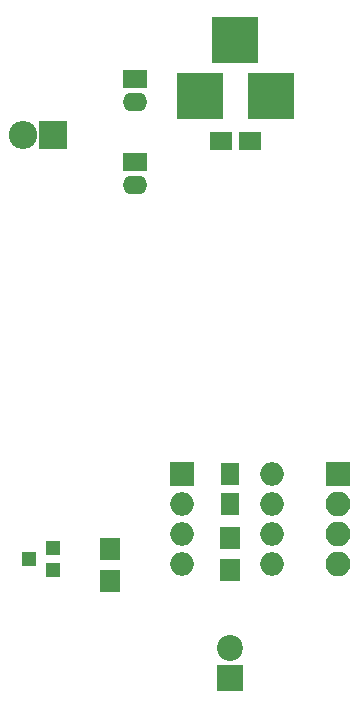
<source format=gbr>
G04 #@! TF.FileFunction,Soldermask,Bot*
%FSLAX46Y46*%
G04 Gerber Fmt 4.6, Leading zero omitted, Abs format (unit mm)*
G04 Created by KiCad (PCBNEW 4.0.7-e2-6376~58~ubuntu16.04.1) date Wed Nov  1 22:14:58 2017*
%MOMM*%
%LPD*%
G01*
G04 APERTURE LIST*
%ADD10C,0.100000*%
%ADD11R,1.900000X1.650000*%
%ADD12R,2.100000X2.100000*%
%ADD13O,2.100000X2.100000*%
%ADD14R,1.300000X1.200000*%
%ADD15R,1.700000X1.900000*%
%ADD16R,2.100000X1.600000*%
%ADD17O,2.100000X1.600000*%
%ADD18R,2.000000X2.000000*%
%ADD19O,2.000000X2.000000*%
%ADD20O,2.398980X2.398980*%
%ADD21R,2.398980X2.398980*%
%ADD22R,2.200000X2.200000*%
%ADD23C,2.200000*%
%ADD24R,3.900000X3.900000*%
%ADD25R,1.650000X1.900000*%
G04 APERTURE END LIST*
D10*
D11*
X120650000Y-62230000D03*
X123150000Y-62230000D03*
D12*
X130556000Y-90424000D03*
D13*
X130556000Y-92964000D03*
X130556000Y-95504000D03*
X130556000Y-98044000D03*
D14*
X106426000Y-96652000D03*
X106426000Y-98552000D03*
X104426000Y-97602000D03*
D15*
X121412000Y-98552000D03*
X121412000Y-95852000D03*
X111252000Y-99474000D03*
X111252000Y-96774000D03*
D16*
X113376000Y-56928000D03*
D17*
X113376000Y-58928000D03*
D16*
X113376000Y-63956000D03*
D17*
X113376000Y-65956000D03*
D18*
X117348000Y-90424000D03*
D19*
X124968000Y-98044000D03*
X117348000Y-92964000D03*
X124968000Y-95504000D03*
X117348000Y-95504000D03*
X124968000Y-92964000D03*
X117348000Y-98044000D03*
X124968000Y-90424000D03*
D20*
X103886000Y-61722000D03*
D21*
X106426000Y-61722000D03*
D22*
X121412000Y-107696000D03*
D23*
X121412000Y-105156000D03*
D24*
X118900000Y-58370000D03*
X124900000Y-58370000D03*
X121900000Y-53670000D03*
D25*
X121412000Y-90444000D03*
X121412000Y-92944000D03*
M02*

</source>
